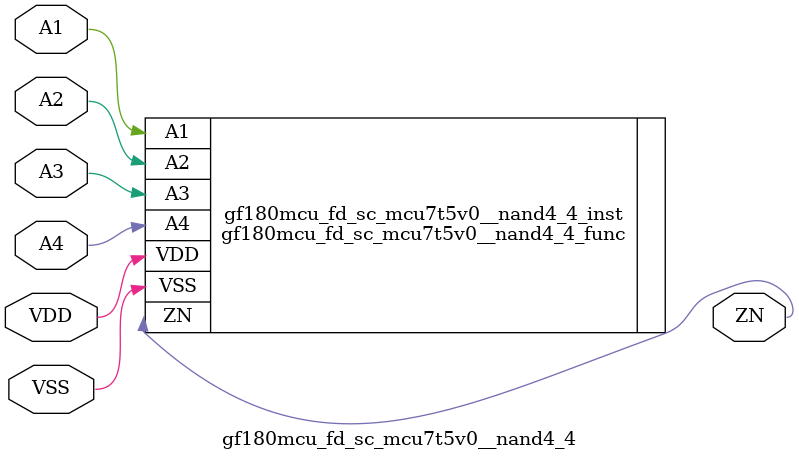
<source format=v>

module gf180mcu_fd_sc_mcu7t5v0__nand4_4( A3, ZN, A4, A1, A2, VDD, VSS );
input A1, A2, A3, A4;
inout VDD, VSS;
output ZN;

   `ifdef FUNCTIONAL  //  functional //

	gf180mcu_fd_sc_mcu7t5v0__nand4_4_func gf180mcu_fd_sc_mcu7t5v0__nand4_4_behav_inst(.A3(A3),.ZN(ZN),.A4(A4),.A1(A1),.A2(A2),.VDD(VDD),.VSS(VSS));

   `else

	gf180mcu_fd_sc_mcu7t5v0__nand4_4_func gf180mcu_fd_sc_mcu7t5v0__nand4_4_inst(.A3(A3),.ZN(ZN),.A4(A4),.A1(A1),.A2(A2),.VDD(VDD),.VSS(VSS));

	// spec_gates_begin


	// spec_gates_end



   specify

	// specify_block_begin

	// comb arc A1 --> ZN
	 (A1 => ZN) = (1.0,1.0);

	// comb arc A2 --> ZN
	 (A2 => ZN) = (1.0,1.0);

	// comb arc A3 --> ZN
	 (A3 => ZN) = (1.0,1.0);

	// comb arc A4 --> ZN
	 (A4 => ZN) = (1.0,1.0);

	// specify_block_end

   endspecify

   `endif

endmodule

</source>
